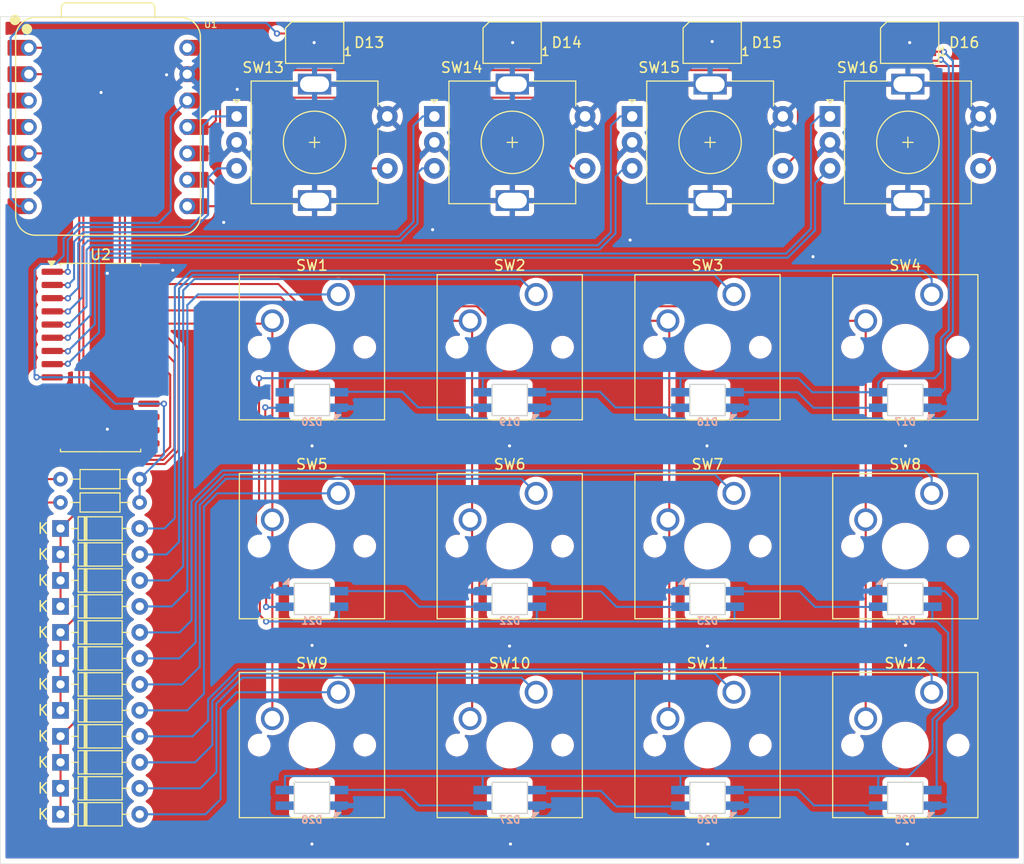
<source format=kicad_pcb>
(kicad_pcb (version 20240108) (generator "pcbnew") (generator_version "8.0")
  (layers (0 "F.Cu" signal) (31 "B.Cu" signal) (34 "B.Paste" user) (35 "F.Paste" user) (36 "B.SilkS" user "B.Silkscreen") (37 "F.SilkS" user "F.Silkscreen") (38 "B.Mask" user) (39 "F.Mask" user) (44 "Edge.Cuts" user))
  (net 0 "")
  (net 1 "GND")
  (net 2 "Net-(D13-DOUT)")
  (net 5 "/ROW-0")
  (net 6 "Net-(D1-A)")
  (net 7 "Net-(D2-A)")
  (net 8 "Net-(D3-A)")
  (net 9 "Net-(D4-A)")
  (net 10 "/ROW-1")
  (net 11 "Net-(D5-A)")
  (net 12 "Net-(D6-A)")
  (net 13 "Net-(D7-A)")
  (net 14 "/ROW-2")
  (net 15 "Net-(D8-A)")
  (net 16 "Net-(D9-A)")
  (net 17 "Net-(D10-A)")
  (net 18 "Net-(D11-A)")
  (net 19 "Net-(D12-A)")
  (net 20 "/COL-0")
  (net 21 "/COL-1")
  (net 22 "/COL-2")
  (net 23 "/COL-3")
  (net 24 "SDA")
  (net 25 "+3V3")
  (net 26 "SCL")
  (net 27 "/ENC1_SW")
  (net 28 "/ENC1_B")
  (net 29 "/ENC1_A")
  (net 30 "/ENC2_A")
  (net 31 "/ENC2_B")
  (net 32 "/ENC2_SW")
  (net 33 "/ENC3_B")
  (net 34 "/ENC3_A")
  (net 35 "/ENC3_SW")
  (net 36 "Net-(U1-GPIO26{slash}ADC0{slash}A0)")
  (net 37 "+5V")
  (net 38 "Net-(U1-GPIO27{slash}ADC1{slash}A1)")
  (net 42 "/LED_DIN")
  (net 43 "Net-(D14-DOUT)")
  (net 44 "Net-(D15-DOUT)")
  (net 45 "Net-(D16-DOUT)")
  (net 46 "Net-(D17-DOUT)")
  (net 47 "Net-(D18-DOUT)")
  (net 48 "Net-(D19-DOUT)")
  (net 49 "Net-(D20-DOUT)")
  (net 50 "Net-(D21-DOUT)")
  (net 51 "Net-(D22-DOUT)")
  (net 52 "Net-(D23-DOUT)")
  (net 53 "Net-(D24-DOUT)")
  (net 54 "Net-(D25-DOUT)")
  (net 55 "Net-(D26-DOUT)")
  (net 56 "Net-(D27-DOUT)")
  (net 60 "/ENC0_A")
  (net 61 "/ENC0_B")
  (net 62 "/ENC0_SW")
  (footprint "Button_Switch_Keyboard:SW_Cherry_MX_1.00u_PCB" (layer "F.Cu") (at 66.56 60.87)
    (property "Reference" "SW6")
    (property "Value" "SW_Push")
  )
  (footprint "Diode_THT:D_DO-35_SOD27_P7.62mm_Horizontal" (layer "F.Cu") (at 20.8 66.75)
    (property "Reference" "D3" (hide yes))
    (property "Value" "D" (hide yes))
  )
  (footprint "Diode_THT:D_DO-35_SOD27_P7.62mm_Horizontal" (layer "F.Cu") (at 20.8 86.75)
    (property "Reference" "D11" (hide yes))
    (property "Value" "D" (hide yes))
  )
  (footprint "Rotary_Encoder:RotaryEncoder_Alps_EC11E-Switch_Vertical_H20mm" (layer "F.Cu") (at 75.8 24.6)
    (property "Reference" "SW15")
    (property "Value" "RotaryEncoder_Switch_MP")
  )
  (footprint "Diode_THT:D_DO-35_SOD27_P7.62mm_Horizontal" (layer "F.Cu") (at 20.8 91.75)
    (property "Reference" "D9" (hide yes))
    (property "Value" "D" (hide yes))
  )
  (footprint "Button_Switch_Keyboard:SW_Cherry_MX_1.00u_PCB" (layer "F.Cu") (at 85.59 60.87)
    (property "Reference" "SW7")
    (property "Value" "SW_Push")
  )
  (footprint "Button_Switch_Keyboard:SW_Cherry_MX_1.00u_PCB" (layer "F.Cu") (at 47.53 60.87)
    (property "Reference" "SW5")
    (property "Value" "SW_Push")
  )
  (footprint "Rotary_Encoder:RotaryEncoder_Alps_EC11E-Switch_Vertical_H20mm" (layer "F.Cu") (at 37.74 24.6)
    (property "Reference" "SW13")
    (property "Value" "RotaryEncoder_Switch_MP")
  )
  (footprint "Diode_THT:D_DO-35_SOD27_P7.62mm_Horizontal" (layer "F.Cu") (at 20.8 89.25)
    (property "Reference" "D10" (hide yes))
    (property "Value" "D" (hide yes))
  )
  (footprint "Package_SO:SOIC-28W_7.5x17.9mm_P1.27mm" (layer "F.Cu") (at 24.65 47.805)
    (property "Reference" "U2")
    (property "Value" "MCP23017_SO")
  )
  (footprint "Button_Switch_Keyboard:SW_Cherry_MX_1.00u_PCB" (layer "F.Cu") (at 47.53 41.73)
    (property "Reference" "SW1")
    (property "Value" "SW_Push")
  )
  (footprint "Seeed Studio XIAO Series Library:XIAO-RP2040-DIP" (layer "F.Cu") (at 25.37 25.62)
    (property "Reference" "U1")
    (property "Value" "XIAO-RP2040-DIP")
  )
  (footprint "LED_SMD:LED_SK6812MINI_PLCC4_3.5x3.5mm_P1.75mm" (layer "F.Cu") (at 64.25 17.5 180)
    (property "Reference" "D14")
    (property "Value" "SK6812MINI")
  )
  (footprint "Button_Switch_Keyboard:SW_Cherry_MX_1.00u_PCB" (layer "F.Cu") (at 85.59 80.01)
    (property "Reference" "SW11")
    (property "Value" "SW_Push")
  )
  (footprint "Button_Switch_Keyboard:SW_Cherry_MX_1.00u_PCB" (layer "F.Cu") (at 104.62 60.87)
    (property "Reference" "SW8")
    (property "Value" "SW_Push")
  )
  (footprint "Diode_THT:D_DO-35_SOD27_P7.62mm_Horizontal" (layer "F.Cu") (at 20.8 74.25)
    (property "Reference" "D8" (hide yes))
    (property "Value" "D" (hide yes))
  )
  (footprint "Diode_THT:D_DO-35_SOD27_P7.62mm_Horizontal" (layer "F.Cu") (at 20.8 84.25)
    (property "Reference" "D12" (hide yes))
    (property "Value" "D" (hide yes))
  )
  (footprint "LED_SMD:LED_SK6812MINI_PLCC4_3.5x3.5mm_P1.75mm" (layer "F.Cu") (at 45.25 17.5 180)
    (property "Reference" "D13")
    (property "Value" "SK6812MINI")
  )
  (footprint "Diode_THT:D_DO-35_SOD27_P7.62mm_Horizontal" (layer "F.Cu") (at 20.8 79.25)
    (property "Reference" "D6" (hide yes))
    (property "Value" "D" (hide yes))
  )
  (footprint "LED_SMD:LED_SK6812MINI_PLCC4_3.5x3.5mm_P1.75mm" (layer "F.Cu") (at 83.5 17.5 180)
    (property "Reference" "D15")
    (property "Value" "SK6812MINI")
  )
  (footprint "Resistor_THT:R_Axial_DIN0204_L3.6mm_D1.6mm_P7.62mm_Horizontal" (layer "F.Cu") (at 28.41 61.75 180)
    (property "Reference" "R2" (hide yes))
    (property "Value" "4.7k")
  )
  (footprint "Diode_THT:D_DO-35_SOD27_P7.62mm_Horizontal" (layer "F.Cu") (at 20.8 64.25)
    (property "Reference" "D4" (hide yes))
    (property "Value" "D" (hide yes))
  )
  (footprint "Diode_THT:D_DO-35_SOD27_P7.62mm_Horizontal" (layer "F.Cu") (at 20.8 76.75)
    (property "Reference" "D7" (hide yes))
    (property "Value" "D" (hide yes))
  )
  (footprint "Button_Switch_Keyboard:SW_Cherry_MX_1.00u_PCB" (layer "F.Cu") (at 104.62 41.73)
    (property "Reference" "SW4")
    (property "Value" "SW_Push")
  )
  (footprint "Diode_THT:D_DO-35_SOD27_P7.62mm_Horizontal" (layer "F.Cu") (at 20.8 71.75)
    (property "Reference" "D1" (hide yes))
    (property "Value" "D" (hide yes))
  )
  (footprint "Button_Switch_Keyboard:SW_Cherry_MX_1.00u_PCB" (layer "F.Cu") (at 47.53 80.01)
    (property "Reference" "SW9")
    (property "Value" "SW_Push")
  )
  (footprint "Rotary_Encoder:RotaryEncoder_Alps_EC11E-Switch_Vertical_H20mm" (layer "F.Cu") (at 56.77 24.6)
    (property "Reference" "SW14")
    (property "Value" "RotaryEncoder_Switch_MP")
  )
  (footprint "Button_Switch_Keyboard:SW_Cherry_MX_1.00u_PCB" (layer "F.Cu") (at 66.56 80.01)
    (property "Reference" "SW10")
    (property "Value" "SW_Push")
  )
  (footprint "Diode_THT:D_DO-35_SOD27_P7.62mm_Horizontal" (layer "F.Cu") (at 20.8 69.25)
    (property "Reference" "D2" (hide yes))
    (property "Value" "D" (hide yes))
  )
  (footprint "Diode_THT:D_DO-35_SOD27_P7.62mm_Horizontal" (layer "F.Cu") (at 20.8 81.75)
    (property "Reference" "D5" (hide yes))
    (property "Value" "D" (hide yes))
  )
  (footprint "Button_Switch_Keyboard:SW_Cherry_MX_1.00u_PCB" (layer "F.Cu") (at 66.56 41.73)
    (property "Reference" "SW2")
    (property "Value" "SW_Push")
  )
  (footprint "Resistor_THT:R_Axial_DIN0204_L3.6mm_D1.6mm_P7.62mm_Horizontal" (layer "F.Cu") (at 28.41 59.5 180)
    (property "Reference" "R1" (hide yes))
    (property "Value" "4.7k")
  )
  (footprint "Button_Switch_Keyboard:SW_Cherry_MX_1.00u_PCB" (layer "F.Cu") (at 104.62 80.01)
    (property "Reference" "SW12")
    (property "Value" "SW_Push")
  )
  (footprint "Rotary_Encoder:RotaryEncoder_Alps_EC11E-Switch_Vertical_H20mm" (layer "F.Cu") (at 94.83 24.6)
    (property "Reference" "SW16")
    (property "Value" "RotaryEncoder_Switch_MP")
  )
  (footprint "Button_Switch_Keyboard:SW_Cherry_MX_1.00u_PCB" (layer "F.Cu") (at 85.59 41.73)
    (property "Reference" "SW3")
    (property "Value" "SW_Push")
  )
  (footprint "LED_SMD:LED_SK6812MINI_PLCC4_3.5x3.5mm_P1.75mm" (layer "F.Cu") (at 102.5 17.5 180)
    (property "Reference" "D16")
    (property "Value" "SK6812MINI")
  )
  (footprint "SK6812MINI-E:SK6812MINI-E" (layer "B.Cu") (at 44.99 51.89)
    (property "Reference" "D20")
    (property "Value" "SK6812MINI" (hide yes))
    (fp_line (start -1.7 -1.5) (end 1.7 -1.5) (stroke (width 0.12)) (layer "Edge.Cuts"))
    (fp_line (start -1.7 1.5) (end -1.7 -1.5) (stroke (width 0.12)) (layer "Edge.Cuts"))
    (fp_line (start 1.7 -1.5) (end 1.7 1.5) (stroke (width 0.12)) (layer "Edge.Cuts"))
    (fp_line (start 1.7 1.5) (end -1.7 1.5) (stroke (width 0.12)) (layer "Edge.Cuts"))
  )
  (footprint "SK6812MINI-E:SK6812MINI-E" (layer "B.Cu") (at 102.08 51.89)
    (property "Reference" "D17")
    (property "Value" "SK6812MINI" (hide yes))
    (fp_line (start -1.7 -1.5) (end 1.7 -1.5) (stroke (width 0.12)) (layer "Edge.Cuts"))
    (fp_line (start -1.7 1.5) (end -1.7 -1.5) (stroke (width 0.12)) (layer "Edge.Cuts"))
    (fp_line (start 1.7 -1.5) (end 1.7 1.5) (stroke (width 0.12)) (layer "Edge.Cuts"))
    (fp_line (start 1.7 1.5) (end -1.7 1.5) (stroke (width 0.12)) (layer "Edge.Cuts"))
  )
  (footprint "SK6812MINI-E:SK6812MINI-E" (layer "B.Cu") (at 64.02 90.17)
    (property "Reference" "D27")
    (property "Value" "SK6812MINI" (hide yes))
    (fp_line (start -1.7 -1.5) (end 1.7 -1.5) (stroke (width 0.12)) (layer "Edge.Cuts"))
    (fp_line (start -1.7 1.5) (end -1.7 -1.5) (stroke (width 0.12)) (layer "Edge.Cuts"))
    (fp_line (start 1.7 -1.5) (end 1.7 1.5) (stroke (width 0.12)) (layer "Edge.Cuts"))
    (fp_line (start 1.7 1.5) (end -1.7 1.5) (stroke (width 0.12)) (layer "Edge.Cuts"))
  )
  (footprint "SK6812MINI-E:SK6812MINI-E" (layer "B.Cu") (at 102.08 71.03 180)
    (property "Reference" "D24")
    (property "Value" "SK6812MINI" (hide yes))
    (fp_line (start 1.7 1.5) (end -1.7 1.5) (stroke (width 0.12)) (layer "Edge.Cuts"))
    (fp_line (start 1.7 -1.5) (end 1.7 1.5) (stroke (width 0.12)) (layer "Edge.Cuts"))
    (fp_line (start -1.7 1.5) (end -1.7 -1.5) (stroke (width 0.12)) (layer "Edge.Cuts"))
    (fp_line (start -1.7 -1.5) (end 1.7 -1.5) (stroke (width 0.12)) (layer "Edge.Cuts"))
  )
  (footprint "SK6812MINI-E:SK6812MINI-E" (layer "B.Cu") (at 44.99 71.03 180)
    (property "Reference" "D21")
    (property "Value" "SK6812MINI" (hide yes))
    (fp_line (start 1.7 1.5) (end -1.7 1.5) (stroke (width 0.12)) (layer "Edge.Cuts"))
    (fp_line (start 1.7 -1.5) (end 1.7 1.5) (stroke (width 0.12)) (layer "Edge.Cuts"))
    (fp_line (start -1.7 1.5) (end -1.7 -1.5) (stroke (width 0.12)) (layer "Edge.Cuts"))
    (fp_line (start -1.7 -1.5) (end 1.7 -1.5) (stroke (width 0.12)) (layer "Edge.Cuts"))
  )
  (footprint "SK6812MINI-E:SK6812MINI-E" (layer "B.Cu") (at 102.08 90.17)
    (property "Reference" "D25")
    (property "Value" "SK6812MINI" (hide yes))
    (fp_line (start -1.7 -1.5) (end 1.7 -1.5) (stroke (width 0.12)) (layer "Edge.Cuts"))
    (fp_line (start -1.7 1.5) (end -1.7 -1.5) (stroke (width 0.12)) (layer "Edge.Cuts"))
    (fp_line (start 1.7 -1.5) (end 1.7 1.5) (stroke (width 0.12)) (layer "Edge.Cuts"))
    (fp_line (start 1.7 1.5) (end -1.7 1.5) (stroke (width 0.12)) (layer "Edge.Cuts"))
  )
  (footprint "SK6812MINI-E:SK6812MINI-E" (layer "B.Cu") (at 64.02 71.03 180)
    (property "Reference" "D22")
    (property "Value" "SK6812MINI" (hide yes))
    (fp_line (start 1.7 1.5) (end -1.7 1.5) (stroke (width 0.12)) (layer "Edge.Cuts"))
    (fp_line (start 1.7 -1.5) (end 1.7 1.5) (stroke (width 0.12)) (layer "Edge.Cuts"))
    (fp_line (start -1.7 1.5) (end -1.7 -1.5) (stroke (width 0.12)) (layer "Edge.Cuts"))
    (fp_line (start -1.7 -1.5) (end 1.7 -1.5) (stroke (width 0.12)) (layer "Edge.Cuts"))
  )
  (footprint "SK6812MINI-E:SK6812MINI-E" (layer "B.Cu") (at 44.99 90.17)
    (property "Reference" "D28")
    (property "Value" "SK6812MINI" (hide yes))
    (fp_line (start -1.7 -1.5) (end 1.7 -1.5) (stroke (width 0.12)) (layer "Edge.Cuts"))
    (fp_line (start -1.7 1.5) (end -1.7 -1.5) (stroke (width 0.12)) (layer "Edge.Cuts"))
    (fp_line (start 1.7 -1.5) (end 1.7 1.5) (stroke (width 0.12)) (layer "Edge.Cuts"))
    (fp_line (start 1.7 1.5) (end -1.7 1.5) (stroke (width 0.12)) (layer "Edge.Cuts"))
  )
  (footprint "SK6812MINI-E:SK6812MINI-E" (layer "B.Cu") (at 83.05 71.03 180)
    (property "Reference" "D23")
    (property "Value" "SK6812MINI" (hide yes))
    (fp_line (start 1.7 1.5) (end -1.7 1.5) (stroke (width 0.12)) (layer "Edge.Cuts"))
    (fp_line (start 1.7 -1.5) (end 1.7 1.5) (stroke (width 0.12)) (layer "Edge.Cuts"))
    (fp_line (start -1.7 1.5) (end -1.7 -1.5) (stroke (width 0.12)) (layer "Edge.Cuts"))
    (fp_line (start -1.7 -1.5) (end 1.7 -1.5) (stroke (width 0.12)) (layer "Edge.Cuts"))
  )
  (footprint "SK6812MINI-E:SK6812MINI-E" (layer "B.Cu") (at 83.05 90.17)
    (property "Reference" "D26")
    (property "Value" "SK6812MINI" (hide yes))
    (fp_line (start -1.7 -1.5) (end 1.7 -1.5) (stroke (width 0.12)) (layer "Edge.Cuts"))
    (fp_line (start -1.7 1.5) (end -1.7 -1.5) (stroke (width 0.12)) (layer "Edge.Cuts"))
    (fp_line (start 1.7 -1.5) (end 1.7 1.5) (stroke (width 0.12)) (layer "Edge.Cuts"))
    (fp_line (start 1.7 1.5) (end -1.7 1.5) (stroke (width 0.12)) (layer "Edge.Cuts"))
  )
  (footprint "SK6812MINI-E:SK6812MINI-E" (layer "B.Cu") (at 64.02 51.89)
    (property "Reference" "D19")
    (property "Value" "SK6812MINI" (hide yes))
    (fp_line (start -1.7 -1.5) (end 1.7 -1.5) (stroke (width 0.12)) (layer "Edge.Cuts"))
    (fp_line (start -1.7 1.5) (end -1.7 -1.5) (stroke (width 0.12)) (layer "Edge.Cuts"))
    (fp_line (start 1.7 -1.5) (end 1.7 1.5) (stroke (width 0.12)) (layer "Edge.Cuts"))
    (fp_line (start 1.7 1.5) (end -1.7 1.5) (stroke (width 0.12)) (layer "Edge.Cuts"))
  )
  (footprint "SK6812MINI-E:SK6812MINI-E" (layer "B.Cu") (at 83.05 51.89)
    (property "Reference" "D18")
    (property "Value" "SK6812MINI" (hide yes))
    (fp_line (start -1.7 -1.5) (end 1.7 -1.5) (stroke (width 0.12)) (layer "Edge.Cuts"))
    (fp_line (start -1.7 1.5) (end -1.7 -1.5) (stroke (width 0.12)) (layer "Edge.Cuts"))
    (fp_line (start 1.7 -1.5) (end 1.7 1.5) (stroke (width 0.12)) (layer "Edge.Cuts"))
    (fp_line (start 1.7 1.5) (end -1.7 1.5) (stroke (width 0.12)) (layer "Edge.Cuts"))
  )
  (gr_line (start 113.5 96.5) (end 113.5 15) (stroke (width 0.05)) (layer "Edge.Cuts"))
  (gr_line (start 15 96.5) (end 113.5 96.5) (stroke (width 0.05)) (layer "Edge.Cuts"))
  (gr_line (start 15 15) (end 15 96.5) (stroke (width 0.05)) (layer "Edge.Cuts"))
  (gr_line (start 113.5 15) (end 15 15) (stroke (width 0.05)) (layer "Edge.Cuts"))
  (via (at 45 75.5) (size 0.6) (drill 0.3) (layers "F.Cu" "B.Cu") (net 1))
  (via (at 24.7 22.3) (size 0.6) (drill 0.3) (layers "F.Cu" "B.Cu") (net 1))
  (via (at 25.3 54.7) (size 0.6) (drill 0.3) (layers "F.Cu" "B.Cu") (net 1))
  (via (at 45.2 17.5) (size 0.6) (drill 0.3) (layers "F.Cu" "B.Cu") (net 1))
  (via (at 44.99 94.615) (size 0.6) (drill 0.3) (layers "F.Cu" "B.Cu") (net 1))
  (via (at 64.09 94.615) (size 0.6) (drill 0.3) (layers "F.Cu" "B.Cu") (net 1))
  (via (at 93.2 38.1) (size 0.6) (drill 0.3) (layers "F.Cu" "B.Cu") (net 1))
  (via (at 64 75.565) (size 0.6) (drill 0.3) (layers "F.Cu" "B.Cu") (net 1))
  (via (at 102.5 17.5) (size 0.6) (drill 0.3) (layers "F.Cu" "B.Cu") (net 1))
  (via (at 102.29 94.615) (size 0.6) (drill 0.3) (layers "F.Cu" "B.Cu") (net 1))
  (via (at 83.05 75.565) (size 0.6) (drill 0.3) (layers "F.Cu" "B.Cu") (net 1))
  (via (at 45 56.3) (size 0.6) (drill 0.3) (layers "F.Cu" "B.Cu") (net 1))
  (via (at 64.3 17.5) (size 0.6) (drill 0.3) (layers "F.Cu" "B.Cu") (net 1))
  (via (at 64 56.3) (size 0.6) (drill 0.3) (layers "F.Cu" "B.Cu") (net 1))
  (via (at 83 56.3) (size 0.6) (drill 0.3) (layers "F.Cu" "B.Cu") (net 1))
  (via (at 102.1 56.3) (size 0.6) (drill 0.3) (layers "F.Cu" "B.Cu") (net 1))
  (via (at 37.8 22) (size 0.6) (drill 0.3) (layers "F.Cu" "B.Cu") (net 1))
  (via (at 56.6 35.5) (size 0.6) (drill 0.3) (layers "F.Cu" "B.Cu") (net 1))
  (via (at 102.1 75.5) (size 0.6) (drill 0.3) (layers "F.Cu" "B.Cu") (net 1))
  (via (at 25.3 39.7) (size 0.6) (drill 0.3) (layers "F.Cu" "B.Cu") (net 1))
  (via (at 31 20.6) (size 0.6) (drill 0.3) (layers "F.Cu" "B.Cu") (net 1))
  (via (at 31.6 39.4) (size 0.6) (drill 0.3) (layers "F.Cu" "B.Cu") (net 1))
  (via (at 75.6 36.5) (size 0.6) (drill 0.3) (layers "F.Cu" "B.Cu") (net 1))
  (via (at 83.09 94.615) (size 0.6) (drill 0.3) (layers "F.Cu" "B.Cu") (net 1))
  (via (at 83.5 17.4) (size 0.6) (drill 0.3) (layers "F.Cu" "B.Cu") (net 1))
  (via (at 36.5 34.8) (size 0.6) (drill 0.3) (layers "F.Cu" "B.Cu") (net 1))
  (segment (start 47 18.375) (end 53.375 18.375) (width 0.2) (layer "F.Cu") (net 2))
  (segment (start 53.375 18.375) (end 55.125 16.625) (width 0.2) (layer "F.Cu") (net 2))
  (segment (start 55.125 16.625) (end 62.5 16.625) (width 0.2) (layer "F.Cu") (net 2))
  (segment (start 22.5 62.55) (end 20.8 64.25) (width 0.2) (layer "F.Cu") (net 5))
  (segment (start 30.5 57.25) (end 24 57.25) (width 0.2) (layer "F.Cu") (net 5))
  (segment (start 20.8 71.75) (end 20.8 69.25) (width 0.2) (layer "F.Cu") (net 5))
  (segment (start 31.35 49.465001) (end 31.35 56.4) (width 0.2) (layer "F.Cu") (net 5))
  (segment (start 31.35 56.4) (end 30.5 57.25) (width 0.2) (layer "F.Cu") (net 5))
  (segment (start 22.5 58.75) (end 22.5 62.55) (width 0.2) (layer "F.Cu") (net 5))
  (segment (start 20.8 64.25) (end 20.8 66.75) (width 0.2) (layer "F.Cu") (net 5))
  (segment (start 30.324999 48.44) (end 31.35 49.465001) (width 0.2) (layer "F.Cu") (net 5))
  (segment (start 20.8 66.75) (end 20.8 69.25) (width 0.2) (layer "F.Cu") (net 5))
  (segment (start 22.5 58.75) (end 24 57.25) (width 0.2) (layer "F.Cu") (net 5))
  (segment (start 29.3 48.44) (end 30.324999 48.44) (width 0.2) (layer "F.Cu") (net 5))
  (segment (start 34.02 41.73) (end 47.53 41.73) (width 0.2) (layer "B.Cu") (net 6))
  (segment (start 33 42.75) (end 34.02 41.73) (width 0.2) (layer "B.Cu") (net 6))
  (segment (start 33 70.25) (end 33 42.75) (width 0.2) (layer "B.Cu") (net 6))
  (segment (start 31.5 71.75) (end 33 70.25) (width 0.2) (layer "B.Cu") (net 6))
  (segment (start 28.42 71.75) (end 31.5 71.75) (width 0.2) (layer "B.Cu") (net 6))
  (segment (start 32.6 67.9) (end 32.6 41.334314) (width 0.2) (layer "B.Cu") (net 7))
  (segment (start 33.684314 40.25) (end 65.08 40.25) (width 0.2) (layer "B.Cu") (net 7))
  (segment (start 65.08 40.25) (end 66.56 41.73) (width 0.2) (layer "B.Cu") (net 7))
  (segment (start 31.25 69.25) (end 32.6 67.9) (width 0.2) (layer "B.Cu") (net 7))
  (segment (start 32.6 41.334314) (end 33.684314 40.25) (width 0.2) (layer "B.Cu") (net 7))
  (segment (start 28.42 69.25) (end 31.25 69.25) (width 0.2) (layer "B.Cu") (net 7))
  (segment (start 33.518628 39.85) (end 83.71 39.85) (width 0.2) (layer "B.Cu") (net 8))
  (segment (start 83.71 39.85) (end 85.59 41.73) (width 0.2) (layer "B.Cu") (net 8))
  (segment (start 31 66.75) (end 32.2 65.55) (width 0.2) (layer "B.Cu") (net 8))
  (segment (start 32.2 65.55) (end 32.2 41.168628) (width 0.2) (layer "B.Cu") (net 8))
  (segment (start 32.2 41.168628) (end 33.518628 39.85) (width 0.2) (layer "B.Cu") (net 8))
  (segment (start 28.42 66.75) (end 31 66.75) (width 0.2) (layer "B.Cu") (net 8))
  (segment (start 28.42 64.25) (end 30.8 64.25) (width 0.2) (layer "B.Cu") (net 9))
  (segment (start 30.8 64.25) (end 31.8 63.25) (width 0.2) (layer "B.Cu") (net 9))
  (segment (start 33.352942 39.45) (end 103.825 39.45) (width 0.2) (layer "B.Cu") (net 9))
  (segment (start 31.8 63.25) (end 31.8 41.002942) (width 0.2) (layer "B.Cu") (net 9))
  (segment (start 31.8 41.002942) (end 33.352942 39.45) (width 0.2) (layer "B.Cu") (net 9))
  (segment (start 104.62 40.245) (end 104.62 41.73) (width 0.2) (layer "B.Cu") (net 9))
  (segment (start 103.825 39.45) (end 104.62 40.245) (width 0.2) (layer "B.Cu") (net 9))
  (segment (start 20.8 74.25) (end 20.8 76.75) (width 0.2) (layer "F.Cu") (net 10))
  (segment (start 31.75 56.565686) (end 31.75 48.25) (width 0.2) (layer "F.Cu") (net 10))
  (segment (start 30.67 47.17) (end 29.3 47.17) (width 0.2) (layer "F.Cu") (net 10))
  (segment (start 20.8 76.75) (end 20.8 79.25) (width 0.2) (layer "F.Cu") (net 10))
  (segment (start 20.8 79.25) (end 20.8 81.75) (width 0.2) (layer "F.Cu") (net 10))
  (segment (start 20.8 74.25) (end 22.9 72.15) (width 0.2) (layer "F.Cu") (net 10))
  (segment (start 31.75 48.25) (end 30.67 47.17) (width 0.2) (layer "F.Cu") (net 10))
  (segment (start 24.165686 57.65) (end 30.665686 57.65) (width 0.2) (layer "F.Cu") (net 10))
  (segment (start 30.665686 57.65) (end 31.75 56.565686) (width 0.2) (layer "F.Cu") (net 10))
  (segment (start 22.9 72.15) (end 22.9 58.915686) (width 0.2) (layer "F.Cu") (net 10))
  (segment (start 22.9 58.915686) (end 24.165686 57.65) (width 0.2) (layer "F.Cu") (net 10))
  (segment (start 34.6 80.15) (end 34.6 62.15) (width 0.2) (layer "B.Cu") (net 11))
  (segment (start 34.6 62.15) (end 35.88 60.87) (width 0.2) (layer "B.Cu") (net 11))
  (segment (start 28.42 81.75) (end 33 81.75) (width 0.2) (layer "B.Cu") (net 11))
  (segment (start 33 81.75) (end 34.6 80.15) (width 0.2) (layer "B.Cu") (net 11))
  (segment (start 35.88 60.87) (end 47.53 60.87) (width 0.2) (layer "B.Cu") (net 11))
  (segment (start 34.2 61.984314) (end 36.714314 59.47) (width 0.2) (layer "B.Cu") (net 12))
  (segment (start 36.714314 59.47) (end 65.16 59.47) (width 0.2) (layer "B.Cu") (net 12))
  (segment (start 32.5 79.25) (end 34.2 77.55) (width 0.2) (layer "B.Cu") (net 12))
  (segment (start 34.2 77.55) (end 34.2 61.984314) (width 0.2) (layer "B.Cu") (net 12))
  (segment (start 65.16 59.47) (end 66.56 60.87) (width 0.2) (layer "B.Cu") (net 12))
  (segment (start 28.42 79.25) (end 32.5 79.25) (width 0.2) (layer "B.Cu") (net 12))
  (segment (start 33.8 75.2) (end 33.8 61.818628) (width 0.2) (layer "B.Cu") (net 13))
  (segment (start 28.42 76.75) (end 32.25 76.75) (width 0.2) (layer "B.Cu") (net 13))
  (segment (start 36.548628 59.07) (end 83.79 59.07) (width 0.2) (layer "B.Cu") (net 13))
  (segment (start 33.8 61.818628) (end 36.548628 59.07) (width 0.2) (layer "B.Cu") (net 13))
  (segment (start 83.79 59.07) (end 85.59 60.87) (width 0.2) (layer "B.Cu") (net 13))
  (segment (start 32.25 76.75) (end 33.8 75.2) (width 0.2) (layer "B.Cu") (net 13))
  (segment (start 32.15 56.731372) (end 32.15 46.9) (width 0.2) (layer "F.Cu") (net 14))
  (segment (start 22.25 74.25) (end 23.3 73.2) (width 0.2) (layer "F.Cu") (net 14))
  (segment (start 20.8 89.25) (end 20.8 91.75) (width 0.2) (layer "F.Cu") (net 14))
  (segment (start 31.15 45.9) (end 29.3 45.9) (width 0.2) (layer "F.Cu") (net 14))
  (segment (start 20.8 84.25) (end 22.25 82.8) (width 0.2) (layer "F.Cu") (net 14))
  (segment (start 24.331372 58.05) (end 30.831372 58.05) (width 0.2) (layer "F.Cu") (net 14))
  (segment (start 22.25 82.8) (end 22.25 74.25) (width 0.2) (layer "F.Cu") (net 14))
  (segment (start 23.3 59.081372) (end 24.331372 58.05) (width 0.2) (layer "F.Cu") (net 14))
  (segment (start 20.8 84.25) (end 20.8 86.75) (width 0.2) (layer "F.Cu") (net 14))
  (segment (start 23.3 73.2) (end 23.3 59.081372) (width 0.2) (layer "F.Cu") (net 14))
  (segment (start 32.15 46.9) (end 31.15 45.9) (width 0.2) (layer "F.Cu") (net 14))
  (segment (start 20.8 86.75) (end 20.8 89.25) (width 0.2) (layer "F.Cu") (net 14))
  (segment (start 30.831372 58.05) (end 32.15 56.731372) (width 0.2) (layer "F.Cu") (net 14))
  (segment (start 32.25 74.25) (end 33.4 73.1) (width 0.2) (layer "B.Cu") (net 15))
  (segment (start 28.42 74.25) (end 32.25 74.25) (width 0.2) (layer "B.Cu") (net 15))
  (segment (start 33.4 73.1) (end 33.4 61.652942) (width 0.2) (layer "B.Cu") (net 15))
  (segment (start 33.4 61.652942) (end 36.382942 58.67) (width 0.2) (layer "B.Cu") (net 15))
  (segment (start 104.62 59.37) (end 104.62 60.87) (width 0.2) (layer "B.Cu") (net 15))
  (segment (start 103.92 58.67) (end 104.62 59.37) (width 0.2) (layer "B.Cu") (net 15))
  (segment (start 36.382942 58.67) (end 103.92 58.67) (width 0.2) (layer "B.Cu") (net 15))
  (segment (start 37.74 80.01) (end 47.53 80.01) (width 0.2) (layer "B.Cu") (net 16))
  (segment (start 34.75 91.75) (end 36.2 90.3) (width 0.2) (layer "B.Cu") (net 16))
  (segment (start 36.2 90.3) (end 36.2 81.55) (width 0.2) (layer "B.Cu") (net 16))
  (segment (start 28.42 91.75) (end 34.75 91.75) (width 0.2) (layer "B.Cu") (net 16))
  (segment (start 36.2 81.55) (end 37.74 80.01) (width 0.2) (layer "B.Cu") (net 16))
  (segment (start 65.16 78.61) (end 66.56 80.01) (width 0.2) (layer "B.Cu") (net 17))
  (segment (start 34.25 89.25) (end 35.8 87.7) (width 0.2) (layer "B.Cu") (net 17))
  (segment (start 38.29 78.61) (end 65.16 78.61) (width 0.2) (layer "B.Cu") (net 17))
  (segment (start 35.8 87.7) (end 35.8 81.1) (width 0.2) (layer "B.Cu") (net 17))
  (segment (start 35.8 81.1) (end 38.29 78.61) (width 0.2) (layer "B.Cu") (net 17))
  (segment (start 28.42 89.25) (end 34.25 89.25) (width 0.2) (layer "B.Cu") (net 17))
  (segment (start 83.79 78.21) (end 85.59 80.01) (width 0.2) (layer "B.Cu") (net 18))
  (segment (start 35.4 80.85) (end 38.04 78.21) (width 0.2) (layer "B.Cu") (net 18))
  (segment (start 38.04 78.21) (end 83.79 78.21) (width 0.2) (layer "B.Cu") (net 18))
  (segment (start 28.42 86.75) (end 33.75 86.75) (width 0.2) (layer "B.Cu") (net 18))
  (segment (start 35.4 85.1) (end 35.4 80.85) (width 0.2) (layer "B.Cu") (net 18))
  (segment (start 33.75 86.75) (end 35.4 85.1) (width 0.2) (layer "B.Cu") (net 18))
  (segment (start 104.62 78.37) (end 104.62 80.01) (width 0.2) (layer "B.Cu") (net 19))
  (segment (start 33.5 84.25) (end 35 82.75) (width 0.2) (layer "B.Cu") (net 19))
  (segment (start 37.874314 77.81) (end 104.06 77.81) (width 0.2) (layer "B.Cu") (net 19))
  (segment (start 104.06 77.81) (end 104.62 78.37) (width 0.2) (layer "B.Cu") (net 19))
  (segment (start 35 82.75) (end 35 80.684314) (width 0.2) (layer "B.Cu") (net 19))
  (segment (start 35 80.684314) (end 37.874314 77.81) (width 0.2) (layer "B.Cu") (net 19))
  (segment (start 28.42 84.25) (end 33.5 84.25) (width 0.2) (layer "B.Cu") (net 19))
  (segment (start 40.91 44.54) (end 41.18 44.27) (width 0.2) (layer "F.Cu") (net 20))
  (segment (start 41.18 63.46) (end 41.18 82.55) (width 0.2) (layer "F.Cu") (net 20))
  (segment (start 29.3 44.54) (end 40.91 44.54) (width 0.2) (layer "F.Cu") (net 20))
  (segment (start 41.18 44.27) (end 41.18 63.46) (width 0.2) (layer "F.Cu") (net 20))
  (segment (start 39.73 43.27) (end 40.5 42.5) (width 0.2) (layer "F.Cu") (net 21))
  (segment (start 41.75 42.5) (end 43.52 44.27) (width 0.2) (layer "F.Cu") (net 21))
  (segment (start 40.5 42.5) (end 41.75 42.5) (width 0.2) (layer "F.Cu") (net 21))
  (segment (start 60.4 82.24) (end 60.09 82.55) (width 0.2) (layer "F.Cu") (net 21))
  (segment (start 60.4 44.27) (end 60.4 82.24) (width 0.2) (layer "F.Cu") (net 21))
  (segment (start 29.3 43.27) (end 39.73 43.27) (width 0.2) (layer "F.Cu") (net 21))
  (segment (start 43.52 44.27) (end 60.4 44.27) (width 0.2) (layer "F.Cu") (net 21))
  (segment (start 58.320051 43.87) (end 59.320051 42.87) (width 0.2) (layer "F.Cu") (net 22))
  (segment (start 60.87 42.87) (end 62.27 44.27) (width 0.2) (layer "F.Cu") (net 22))
  (segment (start 59.320051 42.87) (end 60.87 42.87) (width 0.2) (layer "F.Cu") (net 22))
  (segment (start 79.37 44.27) (end 79.37 63.46) (width 0.2) (layer "F.Cu") (net 22))
  (segment (start 29.3 42) (end 42 42) (width 0.2) (layer "F.Cu") (net 22))
  (segment (start 62.27 44.27) (end 79.37 44.27) (width 0.2) (layer "F.Cu") (net 22))
  (segment (start 43.87 43.87) (end 58.320051 43.87) (width 0.2) (layer "F.Cu") (net 22))
  (segment (start 79.37 63.46) (end 79.37 82.55) (width 0.2) (layer "F.Cu") (net 22))
  (segment (start 42 42) (end 43.87 43.87) (width 0.2) (layer "F.Cu") (net 22))
  (segment (start 41.76 40.73) (end 44.5 43.47) (width 0.2) (layer "F.Cu") (net 23))
  (segment (start 98.27 63.46) (end 98.27 82.55) (width 0.2) (layer "F.Cu") (net 23))
  (segment (start 77.210051 43.87) (end 78.210051 42.87) (width 0.2) (layer "F.Cu") (net 23))
  (segment (start 58.03 43.47) (end 59.03 42.47) (width 0.2) (layer "F.Cu") (net 23))
  (segment (start 62.435686 43.87) (end 77.210051 43.87) (width 0.2) (layer "F.Cu") (net 23))
  (segment (start 78.210051 42.87) (end 80.37 42.87) (width 0.2) (layer "F.Cu") (net 23))
  (segment (start 81.77 44.27) (end 98.27 44.27) (width 0.2) (layer "F.Cu") (net 23))
  (segment (start 59.03 42.47) (end 61.035686 42.47) (width 0.2) (layer "F.Cu") (net 23))
  (segment (start 61.035686 42.47) (end 62.435686 43.87) (width 0.2) (layer "F.Cu") (net 23))
  (segment (start 29.3 40.73) (end 41.76 40.73) (width 0.2) (layer "F.Cu") (net 23))
  (segment (start 44.5 43.47) (end 58.03 43.47) (width 0.2) (layer "F.Cu") (net 23))
  (segment (start 80.37 42.87) (end 81.77 44.27) (width 0.2) (layer "F.Cu") (net 23))
  (segment (start 98.27 44.27) (end 98.27 63.46) (width 0.2) (layer "F.Cu") (net 23))
  (segment (start 23 30) (end 21.16 28.16) (width 0.2) (layer "F.Cu") (net 24))
  (segment (start 20 54.79) (end 21.71 54.79) (width 0.2) (layer "F.Cu") (net 24))
  (segment (start 18.5 55.25) (end 18.5 59) (width 0.2) (layer "F.Cu") (net 24))
  (segment (start 18.96 54.79) (end 18.5 55.25) (width 0.2) (layer "F.Cu") (net 24))
  (segment (start 20 54.79) (end 18.96 54.79) (width 0.2) (layer "F.Cu") (net 24))
  (segment (start 23 53.5) (end 23 30) (width 0.2) (layer "F.Cu") (net 24))
  (segment (start 18.5 59) (end 19 59.5) (width 0.2) (layer "F.Cu") (net 24))
  (segment (start 21.71 54.79) (end 23 53.5) (width 0.2) (layer "F.Cu") (net 24))
  (segment (start 21.16 28.16) (end 17.75 28.16) (width 0.2) (layer "F.Cu") (net 24))
  (segment (start 19 59.5) (end 20.79 59.5) (width 0.2) (layer "F.Cu") (net 24))
  (segment (start 18.5 49.7) (end 19.99 49.7) (width 0.2) (layer "F.Cu") (net 25))
  (segment (start 29.3 52.25) (end 30.75 52.25) (width 0.2) (layer "F.Cu") (net 25))
  (segment (start 19.99 49.7) (end 20 49.71) (width 0.2) (layer "F.Cu") (net 25))
  (via (at 18.5 49.7) (size 0.6) (drill 0.3) (layers "F.Cu" "B.Cu") (net 25))
  (via (at 30.75 52.25) (size 0.6) (drill 0.3) (layers "F.Cu" "B.Cu") (net 25))
  (segment (start 28.41 59.5) (end 28.41 61.75) (width 0.2) (layer "B.Cu") (net 25))
  (segment (start 22.584314 34.85) (end 21.1 36.334314) (width 0.2) (layer "B.Cu") (net 25))
  (segment (start 21.1 36.334314) (end 21.1 38) (width 0.2) (layer "B.Cu") (net 25))
  (segment (start 31.4 33.7) (end 30.25 34.85) (width 0.2) (layer "B.Cu") (net 25))
  (segment (start 26.05 52.25) (end 30.75 52.25) (width 0.2) (layer "B.Cu") (net 25))
  (segment (start 18.9 38.8) (end 18.3 39.4) (width 0.2) (layer "B.Cu") (net 25))
  (segment (start 23.5 49.7) (end 26.05 52.25) (width 0.2) (layer "B.Cu") (net 25))
  (segment (start 18.5 49.7) (end 23.5 49.7) (width 0.2) (layer "B.Cu") (net 25))
  (segment (start 30.25 34.85) (end 22.584314 34.85) (width 0.2) (layer "B.Cu") (net 25))
  (segment (start 18.3 39.4) (end 18.3 49.5) (width 0.2) (layer "B.Cu") (net 25))
  (segment (start 31.4 24.67) (end 31.4 33.7) (width 0.2) (layer "B.Cu") (net 25))
  (segment (start 30.75 57.16) (end 28.41 59.5) (width 0.2) (layer "B.Cu") (net 25))
  (segment (start 20.3 38.8) (end 18.9 38.8) (width 0.2) (layer "B.Cu") (net 25))
  (segment (start 30.75 52.25) (end 30.75 57.16) (width 0.2) (layer "B.Cu") (net 25))
  (segment (start 21.1 38) (end 20.3 38.8) (width 0.2) (layer "B.Cu") (net 25))
  (segment (start 18.3 49.5) (end 18.5 49.7) (width 0.2) (layer "B.Cu") (net 25))
  (segment (start 32.99 23.08) (end 31.4 24.67) (width 0.2) (layer "B.Cu") (net 25))
  (segment (start 18.75 61.75) (end 20.79 61.75) (width 0.2) (layer "F.Cu") (net 26))
  (segment (start 22.6 52.33) (end 21.41 53.52) (width 0.2) (layer "F.Cu") (net 26))
  (segment (start 18.1 54.1475) (end 18.1 61.1) (width 0.2) (layer "F.Cu") (net 26))
  (segment (start 21.2 30.7) (end 22.6 32.1) (width 0.2) (layer "F.Cu") (net 26))
  (segment (start 22.6 32.1) (end 22.6 52.33) (width 0.2) (layer "F.Cu") (net 26))
  (segment (start 17.75 30.7) (end 21.2 30.7) (width 0.2) (layer "F.Cu") (net 26))
  (segment (start 18.1 61.1) (end 18.75 61.75) (width 0.2) (layer "F.Cu") (net 26))
  (segment (start 21.41 53.52) (end 20 53.52) (width 0.2) (layer "F.Cu") (net 26))
  (segment (start 20 53.52) (end 18.7275 53.52) (width 0.2) (layer "F.Cu") (net 26))
  (segment (start 18.7275 53.52) (end 18.1 54.1475) (width 0.2) (layer "F.Cu") (net 26))
  (segment (start 39.5 23.76) (end 40.46 22.8) (width 0.2) (layer "F.Cu") (net 27))
  (segment (start 69.25 28.75) (end 70.1 29.6) (width 0.2) (layer "F.Cu") (net 27))
  (segment (start 35.961999 31.461999) (end 38.288001 31.461999) (width 0.2) (layer "F.Cu") (net 27))
  (segment (start 69.25 23.75) (end 69.25 28.75) (width 0.2) (layer "F.Cu") (net 27))
  (segment (start 40.46 22.8) (end 68.3 22.8) (width 0.2) (layer "F.Cu") (net 27))
  (segment (start 70.1 29.6) (end 71.27 29.6) (width 0.2) (layer "F.Cu") (net 27))
  (segment (start 39.5 30.25) (end 39.5 23.76) (width 0.2) (layer "F.Cu") (net 27))
  (segment (start 32.99 30.7) (end 35.2 30.7) (width 0.2) (layer "F.Cu") (net 27))
  (segment (start 68.3 22.8) (end 69.25 23.75) (width 0.2) (layer "F.Cu") (net 27))
  (segment (start 38.288001 31.461999) (end 39.5 30.25) (width 0.2) (layer "F.Cu") (net 27))
  (segment (start 35.2 30.7) (end 35.961999 31.461999) (width 0.2) (layer "F.Cu") (net 27))
  (segment (start 21.51 43.36) (end 20 43.36) (width 0.2) (layer "F.Cu") (net 28))
  (segment (start 21.525 43.375) (end 21.51 43.36) (width 0.2) (layer "F.Cu") (net 28))
  (via (at 21.5 43.375) (size 0.6) (drill 0.3) (layers "F.Cu" "B.Cu") (net 28))
  (segment (start 53.507843 36.557843) (end 55.15 34.915686) (width 0.2) (layer "B.Cu") (net 28))
  (segment (start 22.9 42) (end 22.9 37.1) (width 0.2) (layer "B.Cu") (net 28))
  (segment (start 21.525 43.375) (end 22.9 42) (width 0.2) (layer "B.Cu") (net 28))
  (segment (start 55.6 29.6) (end 56.77 29.6) (width 0.2) (layer "B.Cu") (net 28))
  (segment (start 23.442157 36.557843) (end 53.507843 36.557843) (width 0.2) (layer "B.Cu") (net 28))
  (segment (start 55.15 30.05) (end 55.6 29.6) (width 0.2) (layer "B.Cu") (net 28))
  (segment (start 22.9 37.1) (end 23.442157 36.557843) (width 0.2) (layer "B.Cu") (net 28))
  (segment (start 55.15 34.915686) (end 55.15 30.05) (width 0.2) (layer "B.Cu") (net 28))
  (segment (start 21.5 42.1) (end 21.49 42.09) (width 0.2) (layer "F.Cu") (net 29))
  (segment (start 21.49 42.09) (end 20 42.09) (width 0.2) (layer "F.Cu") (net 29))
  (via (at 21.5 42.1) (size 0.6) (drill 0.3) (layers "F.Cu" "B.Cu") (net 29))
  (segment (start 53.342157 36.157843) (end 54.75 34.75) (width 0.2) (layer "B.Cu") (net 29))
  (segment (start 55.65 24.6) (end 56.77 24.6) (width 0.2) (layer "B.Cu") (net 29))
  (segment (start 23.157843 36.157843) (end 53.342157 36.157843) (width 0.2) (layer "B.Cu") (net 29))
  (segment (start 22.5 36.815686) (end 23.157843 36.157843) (width 0.2) (layer "B.Cu") (net 29))
  (segment (start 54.75 25.5) (end 55.65 24.6) (width 0.2) (layer "B.Cu") (net 29))
  (segment (start 54.75 34.75) (end 54.75 25.5) (width 0.2) (layer "B.Cu") (net 29))
  (segment (start 21.5 42.1) (end 22.5 41.1) (width 0.2) (layer "B.Cu") (net 29))
  (segment (start 22.5 41.1) (end 22.5 36.815686) (width 0.2) (layer "B.Cu") (net 29))
  (segment (start 21.53 44.63) (end 20 44.63) (width 0.2) (layer "F.Cu") (net 30))
  (segment (start 21.55 44.65) (end 21.53 44.63) (width 0.2) (layer "F.Cu") (net 30))
  (via (at 21.5 44.65) (size 0.6) (drill 0.3) (layers "F.Cu" "B.Cu") (net 30))
  (segment (start 72.5 37) (end 73.75 35.75) (width 0.2) (layer "B.Cu") (net 30))
  (segment (start 74.65 24.6) (end 75.8 24.6) (width 0.2) (layer "B.Cu") (net 30))
  (segment (start 23.75 37) (end 72.5 37) (width 0.2) (layer "B.Cu") (net 30))
  (segment (start 73.75 25.5) (end 74.65 24.6) (width 0.2) (layer "B.Cu") (net 30))
  (segment (start 21.55 44.65) (end 23.3 42.9) (width 0.2) (layer "B.Cu") (net 30))
  (segment (start 23.3 42.9) (end 23.3 37.45) (width 0.2) (layer "B.Cu") (net 30))
  (segment (start 73.75 35.75) (end 73.75 25.5) (width 0.2) (layer "B.Cu") (net 30))
  (segment (start 23.3 37.45) (end 23.75 37) (width 0.2) (layer "B.Cu") (net 30))
  (segment (start 20 45.9) (end 21.6 45.9) (width 0.2) (layer "F.Cu") (net 31))
  (via (at 21.5 45.9) (size 0.6) (drill 0.3) (layers "F.Cu" "B.Cu") (net 31))
  (segment (start 74.2 35.865686) (end 72.665686 37.4) (width 0.2) (layer "B.Cu") (net 31))
  (segment (start 23.7 43.7) (end 21.5 45.9) (width 0.2) (layer "B.Cu") (net 31))
  (segment (start 24 37.4) (end 23.7 37.7) (width 0.2) (layer "B.Cu") (net 31))
  (segment (start 74.2 30.4) (end 74.2 35.865686) (width 0.2) (layer "B.Cu") (net 31))
  (segment (start 72.665686 37.4) (end 24 37.4) (width 0.2) (layer "B.Cu") (net 31))
  (segment (start 23.7 37.7) (end 23.7 43.7) (width 0.2) (layer "B.Cu") (net 31))
  (segment (start 75.8 29.6) (end 75 29.6) (width 0.2) (layer "B.Cu") (net 31))
  (segment (start 75 29.6) (end 74.2 30.4) (width 0.2) (layer "B.Cu") (net 31))
  (segment (start 35.34 28.16) (end 36.15 27.35) (width 0.2) (layer "F.Cu") (net 32))
  (segment (start 36.15 20.75) (end 36.75 20.15) (width 0.2) (layer "F.Cu") (net 32))
  (segment (start 36.75 20.15) (end 90.9 20.15) (width 0.2) (layer "F.Cu") (net 32))
  (segment (start 36.15 27.35) (end 36.15 20.75) (width 0.2) (layer "F.Cu") (net 32))
  (segment (start 33.825 28.16) (end 35.34 28.16) (width 0.2) (layer "F.Cu") (net 32))
  (segment (start 91.75 21) (end 91.75 28.15) (width 0.2) (layer "F.Cu") (net 32))
  (segment (start 91.75 28.15) (end 90.3 29.6) (width 0.2) (layer "F.Cu") (net 32))
  (segment (start 90.9 20.15) (end 91.75 21) (width 0.2) (layer "F.Cu") (net 32))
  (segment (start 21.56 48.44) (end 21.6 48.4) (width 0.2) (layer "F.Cu") (net 33))
  (segment (start 20 48.44) (end 21.56 48.44) (width 0.2) (layer "F.Cu") (net 33))
  (via (at 21.5 48.4) (size 0.6) (drill 0.3) (layers "F.Cu" "B.Cu") (net 33))
  (segment (start 24.5 38.3) (end 24.5 45.4) (width 0.2) (layer "B.Cu") (net 33))
  (segment (start 24.5 45.4) (end 21.5 48.4) (width 0.2) (layer "B.Cu") (net 33))
  (segment (start 94.83 29.6) (end 93.4 31.03) (width 0.2) (layer "B.Cu") (net 33))
  (segment (start 93.4 31.03) (end 93.4 35.565686) (width 0.2) (layer "B.Cu") (net 33))
  (segment (start 90.765686 38.2) (end 24.6 38.2) (width 0.2) (layer "B.Cu") (net 33))
  (segment (start 24.6 38.2) (end 24.5 38.3) (width 0.2) (layer "B.Cu") (net 33))
  (segment (start 93.4 35.565686) (end 90.765686 38.2) (width 0.2) (layer "B.Cu") (net 33))
  (segment (start 21.57 47.17) (end 21.6 47.2) (width 0.2) (layer "F.Cu") (net 34))
  (segment (start 20 47.17) (end 21.57 47.17) (width 0.2) (layer "F.Cu") (net 34))
  (via (at 21.5 47.2) (size 0.6) (drill 0.3) (layers "F.Cu" "B.Cu") (net 34))
  (segment (start 24.3 37.8) (end 24.1 38) (width 0.2) (layer "B.Cu") (net 34))
  (segment (start 24.1 44.6) (end 21.5 47.2) (width 0.2) (layer "B.Cu") (net 34))
  (segment (start 94.83 24.6) (end 93.8 24.6) (width 0.2) (layer "B.Cu") (net 34))
  (segment (start 90.6 37.8) (end 24.3 37.8) (width 0.2) (layer "B.Cu") (net 34))
  (segment (start 24.1 38) (end 24.1 44.6) (width 0.2) (layer "B.Cu") (net 34))
  (segment (start 93 25.4) (end 93 35.4) (width 0.2) (layer "B.Cu") (net 34))
  (segment (start 93.8 24.6) (end 93 25.4) (width 0.2) (layer "B.Cu") (net 34))
  (segment (start 93 35.4) (end 90.6 37.8) (width 0.2) (layer "B.Cu") (net 34))
  (segment (start 109.75 19.75) (end 111 21) (width 0.2) (layer "F.Cu") (net 35))
  (segment (start 35.13 25.62) (end 35.75 25) (width 0.2) (layer "F.Cu") (net 35))
  (segment (start 111 21) (end 111 27.93) (width 0.2) (layer "F.Cu") (net 35))
  (segment (start 35.75 25) (end 35.75 20.5) (width 0.2) (layer "F.Cu") (net 35))
  (segment (start 111 27.93) (end 109.33 29.6) (width 0.2) (layer "F.Cu") (net 35))
  (segment (start 32.99 25.62) (end 35.13 25.62) (width 0.2) (layer "F.Cu") (net 35))
  (segment (start 35.75 20.5) (end 36.5 19.75) (width 0.2) (layer "F.Cu") (net 35))
  (segment (start 36.5 19.75) (end 109.75 19.75) (width 0.2) (layer "F.Cu") (net 35))
  (segment (start 17.75 18) (end 25.25 18) (width 0.2) (layer "F.Cu") (net 36))
  (segment (start 28.287501 49.71) (end 29.3 49.71) (width 0.2) (layer "F.Cu") (net 36))
  (segment (start 27 19.75) (end 27 48.422499) (width 0.2) (layer "F.Cu") (net 36))
  (segment (start 27 48.422499) (end 28.287501 49.71) (width 0.2) (layer "F.Cu") (net 36))
  (segment (start 25.25 18) (end 27 19.75) (width 0.2) (layer "F.Cu") (net 36))
  (segment (start 105.5 19.15) (end 105.4 19.25) (width 0.2) (layer "F.Cu") (net 37))
  (segment (start 81.75 19.25) (end 100.7 19.25) (width 0.2) (layer "F.Cu") (net 37))
  (segment (start 42.375 18.375) (end 43.5 18.375) (width 0.2) (layer "F.Cu") (net 37))
  (segment (start 32.99 18) (end 42 18) (width 0.2) (layer "F.Cu") (net 37))
  (segment (start 62.5 19.25) (end 81.75 19.25) (width 0.2) (layer "F.Cu") (net 37))
  (segment (start 39.2 63.934314) (end 38.1 65.034314) (width 0.2) (layer "F.Cu") (net 37))
  (segment (start 39.2 62.5) (end 39.2 63.934314) (width 0.2) (layer "F.Cu") (net 37))
  (segment (start 62.5 19.25) (end 62.5 18.375) (width 0.2) (layer "F.Cu") (net 37))
  (segment (start 43.5 18.375) (end 43.5 19.25) (width 0.2) (layer "F.Cu") (net 37))
  (segment (start 100.75 18.375) (end 100.75 19.25) (width 0.2) (layer "F.Cu") (net 37))
  (segment (start 39.9 49.8) (end 39.9 61.8) (width 0.2) (layer "F.Cu") (net 37))
  (segment (start 38.1 67.065686) (end 38.934314 67.9) (width 0.2) (layer "F.Cu") (net 37))
  (segment (start 105.4 19.25) (end 100.7 19.25) (width 0.2) (layer "F.Cu") (net 37))
  (segment (start 100.7 19.25) (end 100.75 19.25) (width 0.2) (layer "F.Cu") (net 37))
  (segment (start 38.934314 67.9) (end 39.5 67.9) (width 0.2) (layer "F.Cu") (net 37))
  (segment (start 43.5 19.25) (end 62.5 19.25) (width 0.2) (layer "F.Cu") (net 37))
  (segment (start 39.5 67.9) (end 39.98 68.38) (width 0.2) (layer "F.Cu") (net 37))
  (segment (start 39.98 68.38) (end 39.98 72.6) (width 0.2) (layer "F.Cu") (net 37))
  (segment (start 42 18) (end 42.375 18.375) (width 0.2) (layer "F.Cu") (net 37))
  (segment (start 39.9 61.8) (end 39.2 62.5) (width 0.2) (layer "F.Cu") (net 37))
  (segment (start 81.75 19.25) (end 81.75 18.375) (width 0.2) (layer "F.Cu") (net 37))
  (segment (start 39.98 72.6) (end 40.58 73.2) (width 0.2) (layer "F.Cu") (net 37))
  (segment (start 38.1 65.034314) (end 38.1 67.065686) (width 0.2) (layer "F.Cu") (net 37))
  (via (at 105.5 19.15) (size 0.6) (drill 0.3) (layers "F.Cu" "B.Cu") (net 37))
  (via (at 39.9 49.8) (size 0.6) (drill 0.3) (layers "F.Cu" "B.Cu") (net 37))
  (via (at 40.58 73.2) (size 0.6) (drill 0.3) (layers "F.Cu" "B.Cu") (net 37))
  (segment (start 39.9 49.8) (end 39.91 49.79) (width 0.2) (layer "B.Cu") (net 37))
  (segment (start 106.2 74.3) (end 106.2 81.1) (width 0.2) (layer "B.Cu") (net 37))
  (segment (start 104.7 82.6) (end 104.7 85.793402) (width 0.2) (layer "B.Cu") (net 37))
  (segment (start 42.39 49.79) (end 42.39 51.14) (width 0.2) (layer "B.Cu") (net 37))
  (segment (start 39.91 49.79) (end 42.39 49.79) (width 0.2) (layer "B.Cu") (net 37))
  (segment (start 61.42 88.08) (end 61.42 89.42) (width 0.2) (layer "B.Cu") (net 37))
  (segment (start 105.1 73.2) (end 106.2 74.3) (width 0.2) (layer "B.Cu") (net 37))
  (segment (start 61.43 88.07) (end 42.39 88.07) (width 0.2) (layer "B.Cu") (net 37))
  (segment (start 105.5 19.15) (end 105.65 19.15) (width 0.2) (layer "B.Cu") (net 37))
  (segment (start 66.62 73.18) (end 66.62 71.78) (width 0.2) (layer "B.Cu") (net 37))
  (segment (start 66.6 73.2) (end 85.6 73.2) (width 0.2) (layer "B.Cu") (net 37))
  (segment (start 105.5 49.2) (end 104.91 49.79) (width 0.2) (layer "B.Cu") (net 37))
  (segment (start 93.14 51.14) (end 91.79 49.79) (width 0.2) (layer "B.Cu") (net 37))
  (segment (start 106.262944 19.762944) (end 106.262944 45.157842) (width 0.2) (layer "B.Cu") (net 37))
  (segment (start 61.41 49.79) (end 42.39 49.79) (width 0.2) (layer "B.Cu") (net 37))
  (segment (start 47.59 73.2) (end 66.6 73.2) (width 0.2) (layer "B.Cu") (net 37))
  (segment (start 104.68 73.2) (end 105.1 73.2) (width 0.2) (layer "B.Cu") (net 37))
  (segment (start 99.53 88.07) (end 80.53 88.07) (width 0.2) (layer "B.Cu") (net 37))
  (segment (start 104.91 49.79) (end 99.91 49.79) (width 0.2) (layer "B.Cu") (net 37))
  (segment (start 105.65 19.15) (end 106.262944 19.762944) (width 0.2) (layer "B.Cu") (net 37))
  (segment (start 61.42 49.8) (end 61.42 51.14) (width 0.2) (layer "B.Cu") (net 37))
  (segment (start 99.48 88.07) (end 99.48 89.42) (width 0.2) (layer "B.Cu") (net 37))
  (segment (start 85.6 73.2) (end 104.68 73.2) (width 0.2) (layer "B.Cu") (net 37))
  (segment (start 40.58 73.2) (end 47.59 73.2) (width 0.2) (layer "B.Cu") (net 37))
  (segment (start 80.45 49.79) (end 80.45 51.14) (width 0.2) (layer "B.Cu") (net 37))
  (segment (start 66.6 73.2) (end 66.62 73.18) (width 0.2) (layer "B.Cu") (net 37))
  (segment (start 104.68 73.2) (end 104.68 71.78) (width 0.2) (layer "B.Cu") (net 37))
  (segment (start 80.45 88.07) (end 80.45 89.42) (width 0.2) (layer "B.Cu") (net 37))
  (segment (start 99.48 51.14) (end 93.14 51.14) (width 0.2) (layer "B.Cu") (net 37))
  (segment (start 106.2 81.1) (end 104.7 82.6) (width 0.2) (layer "B.Cu") (net 37))
  (segment (start 99.91 49.79) (end 99.48 50.22) (width 0.2) (layer "B.Cu") (net 37))
  (segment (start 61.41 49.79) (end 61.42 49.8) (width 0.2) (layer "B.Cu") (net 37))
  (segment (start 106.262944 45.157842) (end 105.5 45.920786) (width 0.2) (layer "B.Cu") (net 37))
  (segment (start 99.48 50.22) (end 99.48 51.14) (width 0.2) (layer "B.Cu") (net 37))
  (segment (start 102.423402 88.07) (end 99.53 88.07) (width 0.2) (layer "B.Cu") (net 37))
  (segment (start 104.7 85.793402) (end 102.423402 88.07) (width 0.2) (layer "B.Cu") (net 37))
  (segment (start 61.41 49.79) (end 91.79 49.79) (width 0.2) (layer "B.Cu") (net 37))
  (segment (start 42.39 88.07) (end 42.39 89.42) (width 0.2) (layer "B.Cu") (net 37))
  (segment (start 105.5 45.920786) (end 105.5 49.2) (width 0.2) (layer "B.Cu") (net 37))
  (segment (start 80.53 88.07) (end 61.43 88.07) (width 0.2) (layer "B.Cu") (net 37))
  (segment (start 85.65 73.2) (end 85.65 71.78) (width 0.2) (layer "B.Cu") (net 37))
  (segment (start 47.59 73.2) (end 47.59 71.78) (width 0.2) (layer "B.Cu") (net 37))
  (segment (start 28.23 50.98) (end 29.3 50.98) (width 0.2) (layer "F.Cu") (net 38))
  (segment (start 26.5 22) (end 26.5 49.25) (width 0.2) (layer "F.Cu") (net 38))
  (segment (start 29.3 50.98) (end 29.3 50.89) (width 0.2) (layer "F.Cu") (net 38))
  (segment (start 25.04 20.54) (end 26.5 22) (width 0.2) (layer "F.Cu") (net 38))
  (segment (start 26.5 49.25) (end 28.23 50.98) (width 0.2) (layer "F.Cu") (net 38))
  (segment (start 17.75 20.54) (end 25.04 20.54) (width 0.2) (layer "F.Cu") (net 38))
  (segment (start 41.625 16.625) (end 43.5 16.625) (width 0.2) (layer "F.Cu") (net 42))
  (via (at 41.625 16.625) (size 0.6) (drill 0.3) (layers "F.Cu" "B.Cu") (net 42))
  (segment (start 16 32.5) (end 16.74 33.24) (width 0.2) (layer "B.Cu") (net 42))
  (segment (start 16.74 33.24) (end 17.75 33.24) (width 0.2) (layer "B.Cu") (net 42))
  (segment (start 41.625 16.625) (end 40.6 15.6) (width 0.2) (layer "B.Cu") (net 42))
  (segment (start 16 17) (end 16 32.5) (width 0.2) (layer "B.Cu") (net 42))
  (segment (start 40.6 15.6) (end 17.4 15.6) (width 0.2) (layer "B.Cu") (net 42))
  (segment (start 17.4 15.6) (end 16 17) (width 0.2) (layer "B.Cu") (net 42))
  (segment (start 66.125 18.375) (end 72.5 18.375) (width 0.2) (layer "F.Cu") (net 43))
  (segment (start 72.5 18.375) (end 74.25 16.625) (width 0.2) (layer "F.Cu") (net 43))
  (segment (start 74.25 16.625) (end 81.625 16.625) (width 0.2) (layer "F.Cu") (net 43))
  (segment (start 93.3125 16.625) (end 100.6875 16.625) (width 0.2) (layer "F.Cu") (net 44))
  (segment (start 85.1875 18.375) (end 91.5625 18.375) (width 0.2) (layer "F.Cu") (net 44))
  (segment (start 91.5625 18.375) (end 93.3125 16.625) (width 0.2) (layer "F.Cu") (net 44))
  (segment (start 104.25 18.375) (end 105.775 18.375) (width 0.2) (layer "F.Cu") (net 45))
  (segment (start 105.775 18.375) (end 105.8 18.4) (width 0.2) (layer "F.Cu") (net 45))
  (via (at 105.8 18.4) (size 0.6) (drill 0.3) (layers "F.Cu" "B.Cu") (net 45))
  (segment (start 106.662944 19.262944) (end 106.662944 45.323528) (width 0.2) (layer "B.Cu") (net 45))
  (segment (start 106.662944 45.323528) (end 105.9 46.086472) (width 0.2) (layer "B.Cu") (net 45))
  (segment (start 105.56 51.14) (end 104.68 51.14) (width 0.2) (layer "B.Cu") (net 45))
  (segment (start 105.8 18.4) (end 106.662944 19.262944) (width 0.2) (layer "B.Cu") (net 45))
  (segment (start 105.9 46.086472) (end 105.9 50.8) (width 0.2) (layer "B.Cu") (net 45))
  (segment (start 105.9 50.8) (end 105.56 51.14) (width 0.2) (layer "B.Cu") (net 45))
  (segment (start 91.74 51.14) (end 85.65 51.14) (width 0.2) (layer "B.Cu") (net 46))
  (segment (start 93.24 52.64) (end 91.74 51.14) (width 0.2) (layer "B.Cu") (net 46))
  (segment (start 99.48 52.64) (end 93.24 52.64) (width 0.2) (layer "B.Cu") (net 46))
  (segment (start 80.44 52.6) (end 74.2 52.6) (width 0.2) (layer "B.Cu") (net 47))
  (segment (start 72.7 51.1) (end 66.61 51.1) (width 0.2) (layer "B.Cu") (net 47))
  (segment (start 74.2 52.6) (end 72.7 51.1) (width 0.2) (layer "B.Cu") (net 47))
  (segment (start 61.44 52.6) (end 55.2 52.6) (width 0.2) (layer "B.Cu") (net 48))
  (segment (start 55.2 52.6) (end 53.7 51.1) (width 0.2) (layer "B.Cu") (net 48))
  (segment (start 53.7 51.1) (end 47.61 51.1) (width 0.2) (layer "B.Cu") (net 48))
  (segment (start 40.58 68.08) (end 40.58 71.8) (width 0.2) (layer "F.Cu") (net 49))
  (segment (start 40.5 52.6) (end 40.5 61.8) (width 0.2) (layer "F.Cu") (net 49))
  (segment (start 40 67.5) (end 40.58 68.08) (width 0.2) (layer "F.Cu") (net 49))
  (segment (start 38.5 65.2) (end 38.5 66.9) (width 0.2) (layer "F.Cu") (net 49))
  (segment (start 40.5 61.8) (end 39.6 62.7) (width 0.2) (layer "F.Cu") (net 49))
  (segment (start 38.5 66.9) (end 39.1 67.5) (width 0.2) (layer "F.Cu") (net 49))
  (segment (start 39.6 62.7) (end 39.6 64.1) (width 0.2) (layer "F.Cu") (net 49))
  (segment (start 39.6 64.1) (end 38.5 65.2) (width 0.2) (layer "F.Cu") (net 49))
  (segment (start 39.1 67.5) (end 40 67.5) (width 0.2) (layer "F.Cu") (net 49))
  (via (at 40.58 71.8) (size 0.6) (drill 0.3) (layers "F.Cu" "B.Cu") (net 49))
  (via (at 40.5 52.6) (size 0.6) (drill 0.3) (layers "F.Cu" "B.Cu") (net 49))
  (segment (start 40.54 52.64) (end 40.5 52.6) (width 0.2) (layer "B.Cu") (net 49))
  (segment (start 40.58 71.8) (end 42.37 71.8) (width 0.2) (layer "B.Cu") (net 49))
  (segment (start 42.37 71.8) (end 42.39 71.78) (width 0.2) (layer "B.Cu") (net 49))
  (segment (start 42.39 52.64) (end 40.54 52.64) (width 0.2) (layer "B.Cu") (net 49))
  (segment (start 47.59 70.28) (end 53.78 70.28) (width 0.2) (layer "B.Cu") (net 50))
  (segment (start 55.28 71.78) (end 61.42 71.78) (width 0.2) (layer "B.Cu") (net 50))
  (segment (start 53.78 70.28) (end 55.28 71.78) (width 0.2) (layer "B.Cu") (net 50))
  (segment (start 72.795 70.3) (end 74.295 71.8) (width 0.2) (layer "B.Cu") (net 51))
  (segment (start 74.295 71.8) (end 80.435 71.8) (width 0.2) (layer "B.Cu") (net 51))
  (segment (start 66.605 70.3) (end 72.795 70.3) (width 0.2) (layer "B.Cu") (net 51))
  (segment (start 85.705 70.3) (end 91.895 70.3) (width 0.2) (layer "B.Cu") (net 52))
  (segment (start 93.395 71.8) (end 99.535 71.8) (width 0.2) (layer "B.Cu") (net 52))
  (segment (start 91.895 70.3) (end 93.395 71.8) (width 0.2) (layer "B.Cu") (net 52))
  (segment (start 105.88 70.28) (end 106.6 71) (width 0.2) (layer "B.Cu") (net 53))
  (segment (start 106.6 81.265686) (end 105.1 82.765686) (width 0.2) (layer "B.Cu") (net 53))
  (segment (start 106.6 71) (end 106.6 81.265686) (width 0.2) (layer "B.Cu") (net 53))
  (segment (start 105.1 89) (end 104.68 89.42) (width 0.2) (layer "B.Cu") (net 53))
  (segment (start 104.68 70.28) (end 105.88 70.28) (width 0.2) (layer "B.Cu") (net 53))
  (segment (start 105.1 82.765686) (end 105.1 89) (width 0.2) (layer "B.Cu") (net 53))
  (segment (start 93.3 90.9) (end 99.44 90.9) (width 0.2) (layer "B.Cu") (net 54))
  (segment (start 85.61 89.4) (end 91.8 89.4) (width 0.2) (layer "B.Cu") (net 54))
  (segment (start 91.8 89.4) (end 93.3 90.9) (width 0.2) (layer "B.Cu") (net 54))
  (segment (start 66.61 89.5) (end 72.8 89.5) (width 0.2) (layer "B.Cu") (net 55))
  (segment (start 72.8 89.5) (end 74.3 91) (width 0.2) (layer "B.Cu") (net 55))
  (segment (start 74.3 91) (end 80.44 91) (width 0.2) (layer "B.Cu") (net 55))
  (segment (start 55.3 90.9) (end 61.44 90.9) (width 0.2) (layer "B.Cu") (net 56))
  (segment (start 53.8 89.4) (end 55.3 90.9) (width 0.2) (layer "B.Cu") (net 56))
  (segment (start 47.61 89.4) (end 53.8 89.4) (width 0.2) (layer "B.Cu") (net 56))
  (segment (start 21.5 39.55) (end 20 39.55) (width 0.2) (layer "F.Cu") (net 60))
  (via (at 21.5 39.55) (size 0.6) (drill 0.3) (layers "F.Cu" "B.Cu") (net 60))
  (segment (start 35.4 24.6) (end 37.74 24.6) (width 0.2) (layer "B.Cu") (net 60))
  (segment (start 34.5 25.5) (end 35.4 24.6) (width 0.2) (layer "B.Cu") (net 60))
  (segment (start 21.5 36.5) (end 22.75 35.25) (width 0.2) (layer "B.Cu") (net 60))
  (segment (start 22.75 35.25) (end 33.25 35.25) (width 0.2) (layer "B.Cu") (net 60))
  (segment (start 34.5 34) (end 34.5 25.5) (width 0.2) (layer "B.Cu") (net 60))
  (segment (start 33.25 35.25) (end 34.5 34) (width 0.2) (layer "B.Cu") (net 60))
  (segment (start 21.5 39.55) (end 21.5 36.5) (width 0.2) (layer "B.Cu") (net 60))
  (segment (start 21.5 40.85) (end 21.47 40.82) (width 0.2) (layer "F.Cu") (net 61))
  (segment (start 21.47 40.82) (end 20 40.82) (width 0.2) (layer "F.Cu") (net 61))
  (via (at 21.5 40.85) (size 0.6) (drill 0.3) (layers "F.Cu" "B.Cu") (net 61))
  (segment (start 33.315686 35.75) (end 35 34.065686) (width 0.2) (layer "B.Cu") (net 61))
  (segment (start 22.1 36.65) (end 23 35.75) (width 0.2) (layer "B.Cu") (net 61))
  (segment (start 35 30.5) (end 35.9 29.6) (width 0.2) (layer "B.Cu") (net 61))
  (segment (start 22.1 40.25) (end 22.1 36.65) (width 0.2) (layer "B.Cu") (net 61))
  (segment (start 35 34.065686) (end 35 30.5) (width 0.2) (layer "B.Cu") (net 61))
  (segment (start 21.5 40.85) (end 22.1 40.25) (width 0.2) (layer "B.Cu") (net 61))
  (segment (start 23 35.75) (end 33.315686 35.75) (width 0.2) (layer "B.Cu") (net 61))
  (segment (start 35.9 29.6) (end 37.74 29.6) (width 0.2) (layer "B.Cu") (net 61))
  (segment (start 32.99 33.24) (end 37.075686 33.24) (width 0.2) (layer "F.Cu") (net 62))
  (segment (start 40.715686 29.6) (end 52.24 29.6) (width 0.2) (layer "F.Cu") (net 62))
  (segment (start 37.075686 33.24) (end 40.715686 29.6) (width 0.2) (layer "F.Cu") (net 62))
  (zone (net 1) (net_name "GND") (layers "F&B.Cu") (connect_pads (clearance 0.5)) (min_thickness 0.25) (fill yes (thermal_gap 0.5) (thermal_bridge_width 0.5))
    (polygon (pts (xy 15 15) (xy 113.5 15) (xy 113.5 96.5) (xy 15 96.5)))
  )
)
</source>
